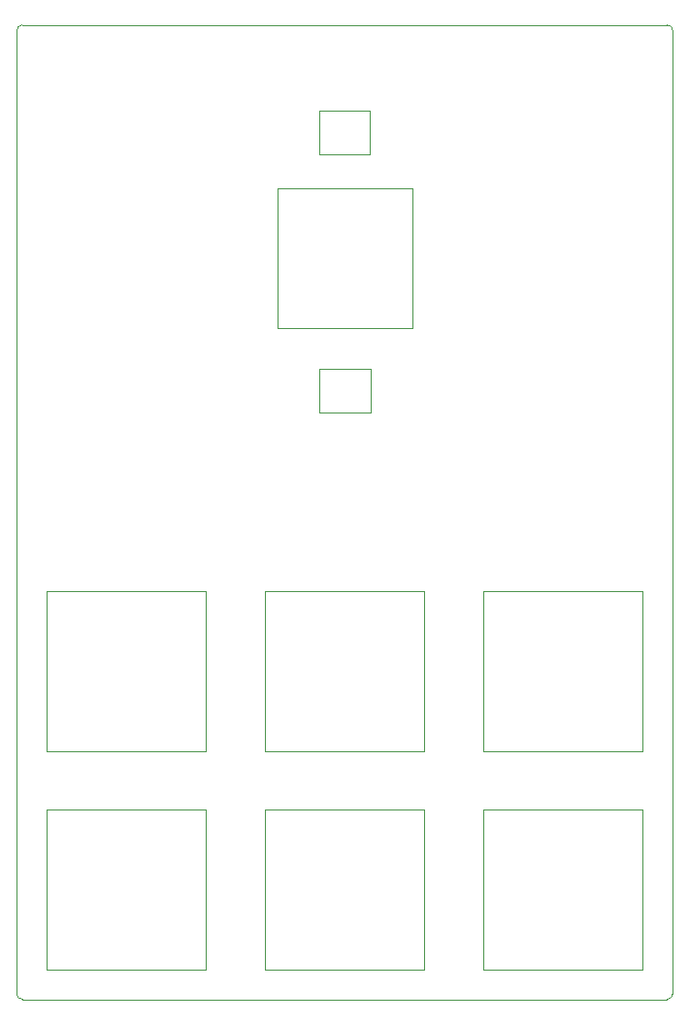
<source format=gm1>
%TF.GenerationSoftware,KiCad,Pcbnew,(6.0.1)*%
%TF.CreationDate,2022-01-31T08:17:10+01:00*%
%TF.ProjectId,LBS6_Front_Plate,4c425336-5f46-4726-9f6e-745f506c6174,v1.0*%
%TF.SameCoordinates,Original*%
%TF.FileFunction,Profile,NP*%
%FSLAX46Y46*%
G04 Gerber Fmt 4.6, Leading zero omitted, Abs format (unit mm)*
G04 Created by KiCad (PCBNEW (6.0.1)) date 2022-01-31 08:17:10*
%MOMM*%
%LPD*%
G01*
G04 APERTURE LIST*
%TA.AperFunction,Profile*%
%ADD10C,0.050000*%
%TD*%
%TA.AperFunction,Profile*%
%ADD11C,0.120000*%
%TD*%
%TA.AperFunction,Profile*%
%ADD12C,0.100000*%
%TD*%
G04 APERTURE END LIST*
D10*
X112445000Y-58110000D02*
X108015000Y-58110000D01*
X108015000Y-58110000D02*
X108015000Y-54230000D01*
X112455000Y-54230000D02*
X112455000Y-58110000D01*
X108015000Y-54230000D02*
X112455000Y-54230000D01*
X112490000Y-80620000D02*
X108060000Y-80620000D01*
X108060000Y-80620000D02*
X108060000Y-76740000D01*
X112500000Y-76740000D02*
X112500000Y-80620000D01*
X108060000Y-76740000D02*
X112500000Y-76740000D01*
X81650000Y-131280000D02*
G75*
G03*
X82150000Y-131780000I500001J1D01*
G01*
X138890000Y-47280000D02*
G75*
G03*
X138390000Y-46780000I-500001J-1D01*
G01*
X82150000Y-46780000D02*
G75*
G03*
X81650000Y-47280000I1J-500001D01*
G01*
X138890000Y-47280000D02*
X138890000Y-131280000D01*
X82150000Y-46780000D02*
X138390000Y-46780000D01*
X81650000Y-131280000D02*
X81650000Y-47280000D01*
X138390000Y-131780000D02*
G75*
G03*
X138890000Y-131280000I-1J500001D01*
G01*
X138390000Y-131780000D02*
X82150000Y-131780000D01*
D11*
X104370000Y-61060000D02*
X116170000Y-61060000D01*
X104370000Y-73260000D02*
X116170000Y-73260000D01*
X104370000Y-61060000D02*
X104370000Y-73260000D01*
X116170000Y-61060000D02*
X116170000Y-73260000D01*
D12*
X136270000Y-115260000D02*
X122370000Y-115260000D01*
X136270000Y-129160000D02*
X136270000Y-115260000D01*
X136270000Y-129160000D02*
X122370000Y-129160000D01*
X122370000Y-129160000D02*
X122370000Y-115260000D01*
X117220000Y-115260000D02*
X103320000Y-115260000D01*
X117220000Y-129160000D02*
X117220000Y-115260000D01*
X117220000Y-129160000D02*
X103320000Y-129160000D01*
X103320000Y-129160000D02*
X103320000Y-115260000D01*
X98170000Y-115260000D02*
X84270000Y-115260000D01*
X98170000Y-129160000D02*
X98170000Y-115260000D01*
X98170000Y-129160000D02*
X84270000Y-129160000D01*
X84270000Y-129160000D02*
X84270000Y-115260000D01*
X136270000Y-96210000D02*
X122370000Y-96210000D01*
X136270000Y-110110000D02*
X136270000Y-96210000D01*
X136270000Y-110110000D02*
X122370000Y-110110000D01*
X122370000Y-110110000D02*
X122370000Y-96210000D01*
X117220000Y-96210000D02*
X103320000Y-96210000D01*
X117220000Y-110110000D02*
X117220000Y-96210000D01*
X117220000Y-110110000D02*
X103320000Y-110110000D01*
X103320000Y-110110000D02*
X103320000Y-96210000D01*
X98170000Y-96210000D02*
X84270000Y-96210000D01*
X98170000Y-110110000D02*
X98170000Y-96210000D01*
X98170000Y-110110000D02*
X84270000Y-110110000D01*
X84270000Y-110110000D02*
X84270000Y-96210000D01*
M02*

</source>
